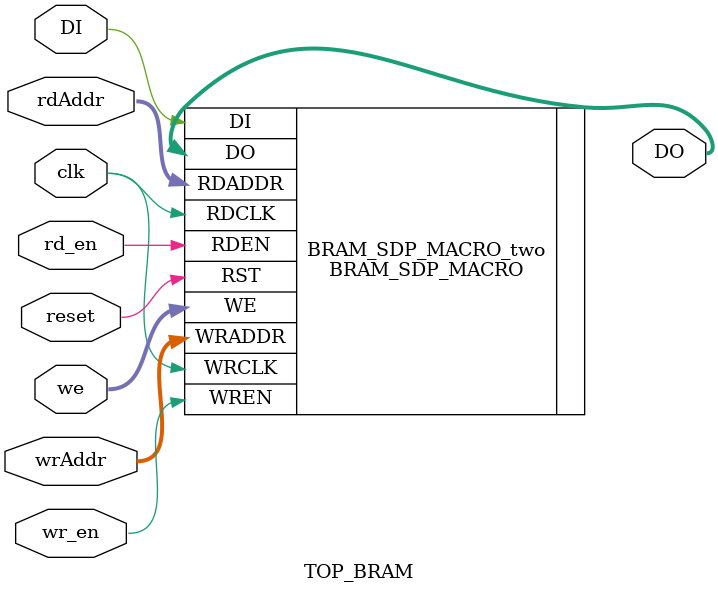
<source format=sv>
`timescale 1ns / 1ps

module TOP_BRAM(
    // signals
    input logic clk, reset,
    input logic  DI,
    input logic [9:0] rdAddr,
    input logic [3:0] we,
    input logic rd_en, wr_en, 
    input logic [8:0] wrAddr,
    output logic [3:0] DO
    );
    
    BRAM_SDP_MACRO #(
        .BRAM_SIZE("18Kb"), // Target BRAM, "18Kb" or "36Kb"
        .DEVICE("7SERIES"), // Target
        .WRITE_WIDTH(32), // Valid values are 1­72 (37­72 only valid when BRAM_SIZE="36Kb")
        .READ_WIDTH(4), // Valid values are 1­72 (37­72 only valid when BRAM_SIZE="36Kb")
        // ECE212 Message
        .INIT_00(256'h0000000000000000000000000000000000000000000000000000000000000000),
        .INIT_01(256'h0000000000000000000000000000000000000000000000000000000000000000),
        .INIT_02(256'h0000000000000000000000000000000000000000000000000000000000000000),
        .INIT_03(256'h0000000000000000000000000000000000000000000000000000000000000000),
        .INIT_04(256'h10000004_01226640_00000000_10000004_10006004_10006004_10006004_11226644),
        .INIT_05(256'h10006004_10006004_10006004_11226644_00000000_01000040_10000004_10000004),
        .INIT_06(256'h10020004_10200004_11000040_00000000_00000000_00000000_00000000_10000004),
        .INIT_07(256'h11000040_00000000_10000000_11226644_10000040_00000000_10000640_10006004),
        .INIT_08(256'h00000000_00000000_00000000_00000000_10000640_10006004_10020004_10200004))

        
    BRAM_SDP_MACRO_two (
        .DO(DO), // Output read data port, width defined by READ_WIDTH parameter
        .DI(DI), // Input write data port, width defined by WRITE_WIDTH parameter
        .RDADDR(rdAddr), // Input read address, width defined by read port depth
        .RDCLK(clk), // 1­bit input read clock
        .RDEN(rd_en), // 1­bit input read port enable
        .RST(reset), // 1­bit input reset
        .WE(we), // Input write enable, width defined by write port depth
        .WRADDR(wrAddr), // Input write address, width defined by write port depth
        .WRCLK(clk), // 1­bit input write clock
        .WREN(wr_en) // 1­bit input write port enable
    );
    
endmodule

</source>
